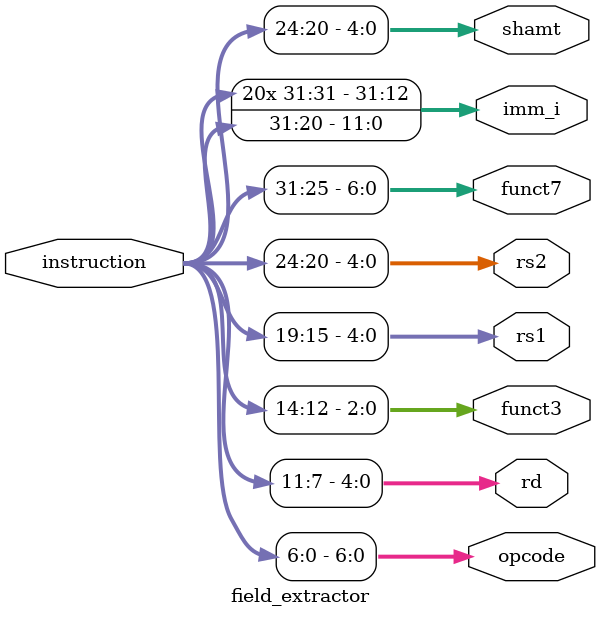
<source format=v>
module field_extractor (
    input [31:0] instruction,
    output [6:0] opcode,
    output [4:0] rd,
    output [2:0] funct3,
    output [4:0] rs1,
    output [4:0] rs2,
    output [6:0] funct7,

    output [31:0] imm_i,
    output [4:0] shamt
);
    assign opcode = instruction[6:0];
    assign rd     = instruction[11:7];
    assign funct3 = instruction[14:12];
    assign rs1    = instruction[19:15];
    assign rs2    = instruction[24:20];
    assign funct7 = instruction[31:25];

    // I-type immediate extraction
    assign imm_i  = {{20{instruction[31]}}, instruction[31:20]}; // Sign-extend 12-bit immediate
    assign shamt  = instruction[24:20]; // Shift amount for shift instructions

endmodule
</source>
